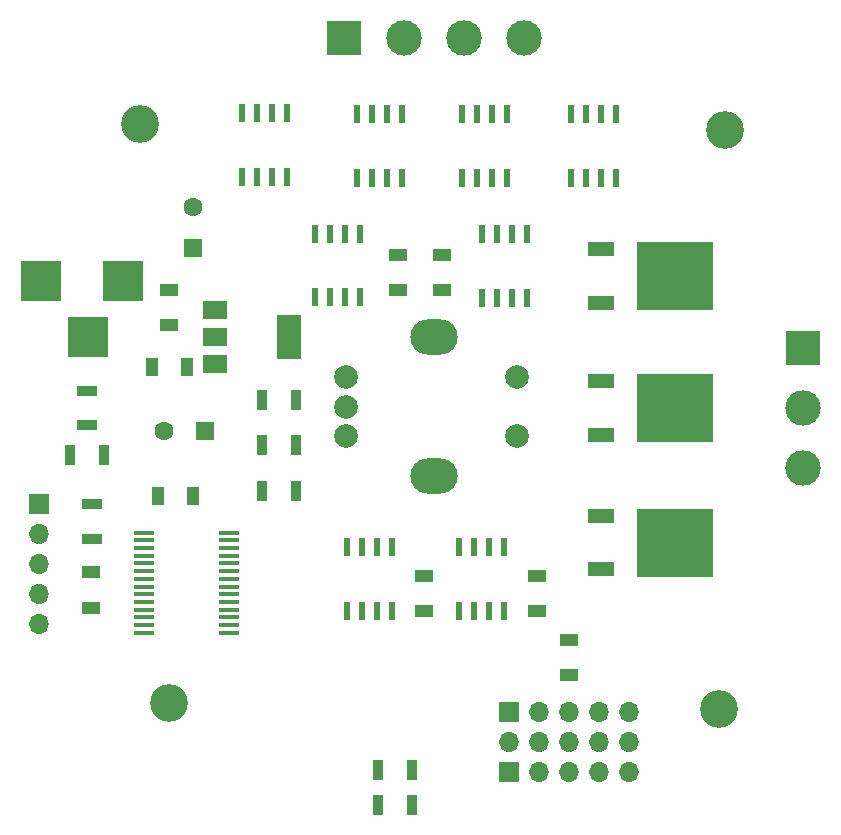
<source format=gts>
G04 #@! TF.GenerationSoftware,KiCad,Pcbnew,(5.0.0)*
G04 #@! TF.CreationDate,2020-03-26T00:34:20-06:00*
G04 #@! TF.ProjectId,RGB_LEDController,5247425F4C4544436F6E74726F6C6C65,rev?*
G04 #@! TF.SameCoordinates,Original*
G04 #@! TF.FileFunction,Soldermask,Top*
G04 #@! TF.FilePolarity,Negative*
%FSLAX46Y46*%
G04 Gerber Fmt 4.6, Leading zero omitted, Abs format (unit mm)*
G04 Created by KiCad (PCBNEW (5.0.0)) date 03/26/20 00:34:20*
%MOMM*%
%LPD*%
G01*
G04 APERTURE LIST*
%ADD10R,6.400000X5.800000*%
%ADD11R,2.200000X1.200000*%
%ADD12R,1.600000X1.000000*%
%ADD13C,1.600000*%
%ADD14R,1.600000X1.600000*%
%ADD15R,1.000000X1.600000*%
%ADD16O,1.700000X1.700000*%
%ADD17R,1.700000X1.700000*%
%ADD18R,1.700000X0.900000*%
%ADD19R,0.900000X1.700000*%
%ADD20C,2.000000*%
%ADD21O,4.000000X3.000000*%
%ADD22R,2.000000X1.500000*%
%ADD23R,2.000000X3.800000*%
%ADD24R,0.600000X1.550000*%
%ADD25C,3.200000*%
%ADD26R,1.750000X0.450000*%
%ADD27C,3.000000*%
%ADD28R,3.000000X3.000000*%
%ADD29R,3.500000X3.500000*%
G04 APERTURE END LIST*
D10*
G04 #@! TO.C,Q4*
X156300000Y-86000000D03*
D11*
X150000000Y-88280000D03*
X150000000Y-83720000D03*
G04 #@! TD*
D12*
G04 #@! TO.C,C1*
X113500000Y-79000000D03*
X113500000Y-76000000D03*
G04 #@! TD*
D13*
G04 #@! TO.C,C3*
X113030000Y-88000000D03*
D14*
X116530000Y-88000000D03*
G04 #@! TD*
D15*
G04 #@! TO.C,C4*
X115000000Y-82500000D03*
X112000000Y-82500000D03*
G04 #@! TD*
D12*
G04 #@! TO.C,C5*
X147340000Y-105650000D03*
X147340000Y-108650000D03*
G04 #@! TD*
G04 #@! TO.C,C6*
X106900000Y-99930000D03*
X106900000Y-102930000D03*
G04 #@! TD*
D15*
G04 #@! TO.C,C7*
X112500000Y-93500000D03*
X115500000Y-93500000D03*
G04 #@! TD*
D12*
G04 #@! TO.C,C8*
X136560000Y-76020000D03*
X136560000Y-73020000D03*
G04 #@! TD*
G04 #@! TO.C,C9*
X144650000Y-100220000D03*
X144650000Y-103220000D03*
G04 #@! TD*
G04 #@! TO.C,C10*
X135010000Y-100210000D03*
X135010000Y-103210000D03*
G04 #@! TD*
D16*
G04 #@! TO.C,J2*
X102490000Y-104310000D03*
X102490000Y-101770000D03*
X102490000Y-99230000D03*
X102490000Y-96690000D03*
D17*
X102490000Y-94150000D03*
G04 #@! TD*
D11*
G04 #@! TO.C,Q3*
X150000000Y-72520000D03*
X150000000Y-77080000D03*
D10*
X156300000Y-74800000D03*
G04 #@! TD*
D18*
G04 #@! TO.C,R1*
X106500000Y-84550000D03*
X106500000Y-87450000D03*
G04 #@! TD*
D19*
G04 #@! TO.C,R2*
X107950000Y-90000000D03*
X105050000Y-90000000D03*
G04 #@! TD*
D18*
G04 #@! TO.C,R3*
X106920000Y-94160000D03*
X106920000Y-97060000D03*
G04 #@! TD*
D19*
G04 #@! TO.C,R4*
X131150000Y-119630000D03*
X134050000Y-119630000D03*
G04 #@! TD*
G04 #@! TO.C,R5*
X134020000Y-116640000D03*
X131120000Y-116640000D03*
G04 #@! TD*
G04 #@! TO.C,R6*
X124240000Y-89150000D03*
X121340000Y-89150000D03*
G04 #@! TD*
D20*
G04 #@! TO.C,SW1*
X128410000Y-88400000D03*
X128410000Y-85900000D03*
X128410000Y-83400000D03*
D21*
X135910000Y-91800000D03*
X135910000Y-80000000D03*
D20*
X142910000Y-88400000D03*
X142910000Y-83400000D03*
G04 #@! TD*
D22*
G04 #@! TO.C,U2*
X117350000Y-77700000D03*
X117350000Y-82300000D03*
X117350000Y-80000000D03*
D23*
X123650000Y-80000000D03*
G04 #@! TD*
D24*
G04 #@! TO.C,U4*
X128495000Y-97760000D03*
X129765000Y-97760000D03*
X131035000Y-97760000D03*
X132305000Y-97760000D03*
X132305000Y-103160000D03*
X131035000Y-103160000D03*
X129765000Y-103160000D03*
X128495000Y-103160000D03*
G04 #@! TD*
G04 #@! TO.C,U5*
X137995000Y-103200000D03*
X139265000Y-103200000D03*
X140535000Y-103200000D03*
X141805000Y-103200000D03*
X141805000Y-97800000D03*
X140535000Y-97800000D03*
X139265000Y-97800000D03*
X137995000Y-97800000D03*
G04 #@! TD*
D25*
G04 #@! TO.C,MH1*
X111000000Y-62000000D03*
G04 #@! TD*
G04 #@! TO.C,MH2*
X160500000Y-62500000D03*
G04 #@! TD*
G04 #@! TO.C,MH3*
X113500000Y-111000000D03*
G04 #@! TD*
G04 #@! TO.C,MH4*
X160000000Y-111500000D03*
G04 #@! TD*
D24*
G04 #@! TO.C,U6*
X125855000Y-76650000D03*
X127125000Y-76650000D03*
X128395000Y-76650000D03*
X129665000Y-76650000D03*
X129665000Y-71250000D03*
X128395000Y-71250000D03*
X127125000Y-71250000D03*
X125855000Y-71250000D03*
G04 #@! TD*
D13*
G04 #@! TO.C,C2*
X115500000Y-69000000D03*
D14*
X115500000Y-72500000D03*
G04 #@! TD*
D11*
G04 #@! TO.C,Q7*
X150000000Y-95120000D03*
X150000000Y-99680000D03*
D10*
X156300000Y-97400000D03*
G04 #@! TD*
D19*
G04 #@! TO.C,R7*
X124210000Y-85330000D03*
X121310000Y-85330000D03*
G04 #@! TD*
G04 #@! TO.C,R8*
X121340000Y-93000000D03*
X124240000Y-93000000D03*
G04 #@! TD*
D26*
G04 #@! TO.C,U3*
X118550000Y-105025000D03*
X118550000Y-104375000D03*
X118550000Y-103725000D03*
X118550000Y-103075000D03*
X118550000Y-102425000D03*
X118550000Y-101775000D03*
X118550000Y-101125000D03*
X118550000Y-100475000D03*
X118550000Y-99825000D03*
X118550000Y-99175000D03*
X118550000Y-98525000D03*
X118550000Y-97875000D03*
X118550000Y-97225000D03*
X118550000Y-96575000D03*
X111350000Y-96575000D03*
X111350000Y-97225000D03*
X111350000Y-97875000D03*
X111350000Y-98525000D03*
X111350000Y-99175000D03*
X111350000Y-99825000D03*
X111350000Y-100475000D03*
X111350000Y-101125000D03*
X111350000Y-101775000D03*
X111350000Y-102425000D03*
X111350000Y-103075000D03*
X111350000Y-103725000D03*
X111350000Y-104375000D03*
X111350000Y-105025000D03*
G04 #@! TD*
D24*
G04 #@! TO.C,U7*
X139965000Y-76710000D03*
X141235000Y-76710000D03*
X142505000Y-76710000D03*
X143775000Y-76710000D03*
X143775000Y-71310000D03*
X142505000Y-71310000D03*
X141235000Y-71310000D03*
X139965000Y-71310000D03*
G04 #@! TD*
D12*
G04 #@! TO.C,C11*
X132810000Y-76020000D03*
X132810000Y-73020000D03*
G04 #@! TD*
D16*
G04 #@! TO.C,J3*
X152400000Y-114300000D03*
X152400000Y-116840000D03*
X149860000Y-114300000D03*
X149860000Y-116840000D03*
X147320000Y-114300000D03*
X147320000Y-116840000D03*
X144780000Y-114300000D03*
X144780000Y-116840000D03*
X142240000Y-114300000D03*
D17*
X142240000Y-116840000D03*
G04 #@! TD*
D16*
G04 #@! TO.C,J4*
X152400000Y-111760000D03*
X149860000Y-111760000D03*
X147320000Y-111760000D03*
X144780000Y-111760000D03*
D17*
X142240000Y-111760000D03*
G04 #@! TD*
D27*
G04 #@! TO.C,J5*
X167180000Y-91110000D03*
X167180000Y-86030000D03*
D28*
X167180000Y-80950000D03*
G04 #@! TD*
D27*
G04 #@! TO.C,J6*
X143540000Y-54670000D03*
D28*
X128300000Y-54670000D03*
D27*
X138460000Y-54670000D03*
X133380000Y-54670000D03*
G04 #@! TD*
D24*
G04 #@! TO.C,Q1*
X119635000Y-66440000D03*
X120905000Y-66440000D03*
X122175000Y-66440000D03*
X123445000Y-66440000D03*
X123445000Y-61040000D03*
X122175000Y-61040000D03*
X120905000Y-61040000D03*
X119635000Y-61040000D03*
G04 #@! TD*
G04 #@! TO.C,Q2*
X129405000Y-61110000D03*
X130675000Y-61110000D03*
X131945000Y-61110000D03*
X133215000Y-61110000D03*
X133215000Y-66510000D03*
X131945000Y-66510000D03*
X130675000Y-66510000D03*
X129405000Y-66510000D03*
G04 #@! TD*
G04 #@! TO.C,Q5*
X138295000Y-66500000D03*
X139565000Y-66500000D03*
X140835000Y-66500000D03*
X142105000Y-66500000D03*
X142105000Y-61100000D03*
X140835000Y-61100000D03*
X139565000Y-61100000D03*
X138295000Y-61100000D03*
G04 #@! TD*
G04 #@! TO.C,Q6*
X147495000Y-61100000D03*
X148765000Y-61100000D03*
X150035000Y-61100000D03*
X151305000Y-61100000D03*
X151305000Y-66500000D03*
X150035000Y-66500000D03*
X148765000Y-66500000D03*
X147495000Y-66500000D03*
G04 #@! TD*
D29*
G04 #@! TO.C,J7*
X106600000Y-80000000D03*
X102600000Y-75300000D03*
X109600000Y-75300000D03*
G04 #@! TD*
M02*

</source>
